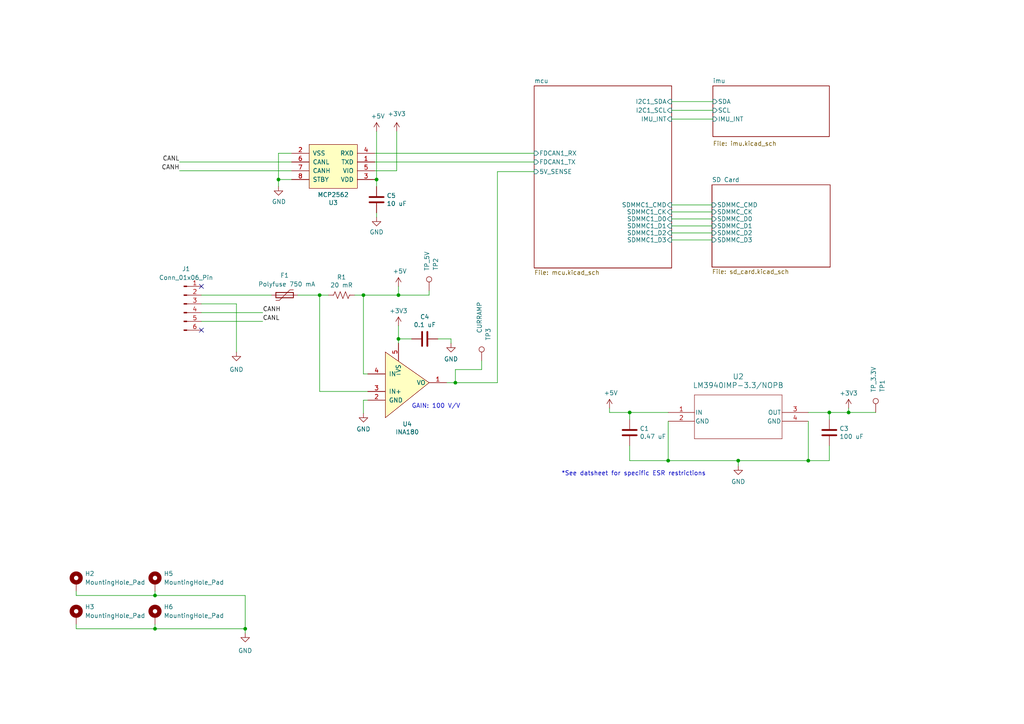
<source format=kicad_sch>
(kicad_sch (version 20230121) (generator eeschema)
  (paper "A4")
  (lib_symbols
    (symbol "+3V3_1" (power) (pin_names (offset 0))
      (property "Value" "+3V3_1" (at 0 3.556 0))
      (symbol "+3V3_1_0_1"
        (polyline (pts (xy -0.762 1.27) (xy 0 2.54)))
        (polyline (pts (xy 0 0) (xy 0 2.54)))
        (polyline (pts (xy 0 2.54) (xy 0.762 1.27)))
      )
      (symbol "+3V3_1_1_1"
        (pin power_in line (at 0 0 90) (length 0) hide (name "+3V3") (number "1"))
      )
    )
    (symbol "Connector:Conn_01x06_Pin" (pin_names (offset 1.016) hide)
      (property "Reference" "J" (at 0 7.62 0))
      (property "Value" "Conn_01x06_Pin" (at 0 -10.16 0))
      (symbol "Conn_01x06_Pin_1_1"
        (polyline (pts (xy 1.27 -7.62) (xy 0.8636 -7.62)) (stroke (width 0.1524)))
        (polyline (pts (xy 1.27 -5.08) (xy 0.8636 -5.08)) (stroke (width 0.1524)))
        (polyline (pts (xy 1.27 -2.54) (xy 0.8636 -2.54)) (stroke (width 0.1524)))
        (polyline (pts (xy 1.27 0) (xy 0.8636 0)) (stroke (width 0.1524)))
        (polyline (pts (xy 1.27 2.54) (xy 0.8636 2.54)) (stroke (width 0.1524)))
        (polyline (pts (xy 1.27 5.08) (xy 0.8636 5.08)) (stroke (width 0.1524)))
        (rectangle (start 0.8636 -7.493) (end 0 -7.747) (stroke (width 0.1524)) (fill (type outline)))
        (rectangle (start 0.8636 -4.953) (end 0 -5.207) (stroke (width 0.1524)) (fill (type outline)))
        (rectangle (start 0.8636 -2.413) (end 0 -2.667) (stroke (width 0.1524)) (fill (type outline)))
        (rectangle (start 0.8636 0.127) (end 0 -0.127) (stroke (width 0.1524)) (fill (type outline)))
        (rectangle (start 0.8636 2.667) (end 0 2.413) (stroke (width 0.1524)) (fill (type outline)))
        (rectangle (start 0.8636 5.207) (end 0 4.953) (stroke (width 0.1524)) (fill (type outline)))
        (pin passive line (at 5.08 5.08 180) (length 3.81) (name "Pin_1") (number "1"))
        (pin passive line (at 5.08 2.54 180) (length 3.81) (name "Pin_2") (number "2"))
        (pin passive line (at 5.08 0 180) (length 3.81) (name "Pin_3") (number "3"))
        (pin passive line (at 5.08 -2.54 180) (length 3.81) (name "Pin_4") (number "4"))
        (pin passive line (at 5.08 -5.08 180) (length 3.81) (name "Pin_5") (number "5"))
        (pin passive line (at 5.08 -7.62 180) (length 3.81) (name "Pin_6") (number "6"))
      )
    )
    (symbol "Device:C" (pin_numbers hide) (pin_names (offset 0.254))
      (property "Reference" "C" (at 0.635 2.54 0))
      (property "Value" "C" (at 0.635 -2.54 0))
      (symbol "C_0_1"
        (polyline (pts (xy -2.032 -0.762) (xy 2.032 -0.762)) (stroke (width 0.508)))
        (polyline (pts (xy -2.032 0.762) (xy 2.032 0.762)) (stroke (width 0.508)))
      )
      (symbol "C_1_1"
        (pin passive line (at 0 3.81 270) (length 2.794) (name "~") (number "1"))
        (pin passive line (at 0 -3.81 90) (length 2.794) (name "~") (number "2"))
      )
    )
    (symbol "Device:Polyfuse" (pin_numbers hide) (pin_names (offset 0))
      (property "Reference" "F" (at -2.54 0 90))
      (property "Value" "Polyfuse" (at 2.54 0 90))
      (symbol "Polyfuse_0_1"
        (rectangle (start -0.762 2.54) (end 0.762 -2.54) (stroke (width 0.254)))
        (polyline (pts (xy 0 2.54) (xy 0 -2.54)))
        (polyline (pts (xy -1.524 2.54) (xy -1.524 1.524) (xy 1.524 -1.524) (xy 1.524 -2.54)))
      )
      (symbol "Polyfuse_1_1"
        (pin passive line (at 0 3.81 270) (length 1.27) (name "~") (number "1"))
        (pin passive line (at 0 -3.81 90) (length 1.27) (name "~") (number "2"))
      )
    )
    (symbol "Device:R_US" (pin_numbers hide) (pin_names (offset 0))
      (property "Reference" "R" (at 2.54 0 90))
      (property "Value" "R_US" (at -2.54 0 90))
      (symbol "R_US_0_1"
        (polyline (pts (xy 0 -2.286) (xy 0 -2.54)))
        (polyline (pts (xy 0 2.286) (xy 0 2.54)))
        (polyline (pts (xy 0 -0.762) (xy 1.016 -1.143) (xy 0 -1.524) (xy -1.016 -1.905) (xy 0 -2.286)))
        (polyline (pts (xy 0 0.762) (xy 1.016 0.381) (xy 0 0) (xy -1.016 -0.381) (xy 0 -0.762)))
        (polyline (pts (xy 0 2.286) (xy 1.016 1.905) (xy 0 1.524) (xy -1.016 1.143) (xy 0 0.762)))
      )
      (symbol "R_US_1_1"
        (pin passive line (at 0 3.81 270) (length 1.27) (name "~") (number "1"))
        (pin passive line (at 0 -3.81 90) (length 1.27) (name "~") (number "2"))
      )
    )
    (symbol "Mechanical:MountingHole_Pad" (pin_numbers hide) (pin_names (offset 1.016) hide)
      (property "Reference" "H" (at 0 6.35 0))
      (property "Value" "MountingHole_Pad" (at 0 4.445 0))
      (symbol "MountingHole_Pad_0_1"
        (circle (center 0 1.27) (radius 1.27) (stroke (width 1.27)))
      )
      (symbol "MountingHole_Pad_1_1"
        (pin input line (at 0 -2.54 90) (length 2.54) (name "1") (number "1"))
      )
    )
    (symbol "canhw:INA180" (pin_names (offset 1.016))
      (property "Reference" "U" (at -5.08 13.97 0))
      (property "Value" "INA180" (at -11.43 15.24 0))
      (symbol "INA180_0_1"
        (polyline (pts (xy 5.08 0) (xy -7.62 8.89)))
        (polyline (pts (xy -7.62 8.89) (xy -7.62 -10.16) (xy 5.08 0)) (fill (type background)))
      )
      (symbol "INA180_1_1"
        (pin output line (at 10.16 0 180) (length 5.08) (name "VO") (number "1"))
        (pin power_in line (at -12.7 -5.08 0) (length 5.08) (name "GND") (number "2"))
        (pin input line (at -12.7 -2.54 0) (length 5.08) (name "IN+") (number "3"))
        (pin input line (at -12.7 2.54 0) (length 5.08) (name "IN-") (number "4"))
        (pin power_in line (at -3.81 11.43 270) (length 5.08) (name "VS") (number "5"))
      )
    )
    (symbol "canhw:LM3940IMP-3.3_NOPB" (pin_names (offset 0.254))
      (property "Reference" "U" (at 20.32 10.16 0))
      (property "Value" "LM3940IMP-3.3/NOPB" (at 20.32 7.62 0))
      (symbol "LM3940IMP-3.3_NOPB_0_1"
        (polyline (pts (xy 7.62 -7.62) (xy 33.02 -7.62)) (stroke (width 0.127)))
        (polyline (pts (xy 7.62 5.08) (xy 7.62 -7.62)) (stroke (width 0.127)))
        (polyline (pts (xy 33.02 -7.62) (xy 33.02 5.08)) (stroke (width 0.127)))
        (polyline (pts (xy 33.02 5.08) (xy 7.62 5.08)) (stroke (width 0.127)))
        (pin input line (at 0 0 0) (length 7.62) (name "IN") (number "1"))
        (pin passive line (at 0 -2.54 0) (length 7.62) (name "GND") (number "2"))
        (pin output line (at 40.64 0 180) (length 7.62) (name "OUT") (number "3"))
        (pin passive line (at 40.64 -2.54 180) (length 7.62) (name "GND") (number "4"))
      )
    )
    (symbol "canhw:MCP2562" (pin_names (offset 1.016))
      (property "Reference" "U" (at 5.08 3.81 0))
      (property "Value" "MCP2562" (at -3.81 3.81 0))
      (symbol "MCP2562_0_1"
        (rectangle (start -7.62 2.54) (end 6.35 -10.16) (fill (type background)))
      )
      (symbol "MCP2562_1_1"
        (pin bidirectional line (at -12.7 -5.08 0) (length 5.08) (name "TXD") (number "1"))
        (pin power_in line (at 11.43 -7.62 180) (length 5.08) (name "VSS") (number "2"))
        (pin power_in line (at -12.7 0 0) (length 5.08) (name "VDD") (number "3"))
        (pin bidirectional line (at -12.7 -7.62 0) (length 5.08) (name "RXD") (number "4"))
        (pin bidirectional line (at -12.7 -2.54 0) (length 5.08) (name "VIO") (number "5"))
        (pin bidirectional line (at 11.43 -5.08 180) (length 5.08) (name "CANL") (number "6"))
        (pin bidirectional line (at 11.43 -2.54 180) (length 5.08) (name "CANH") (number "7"))
        (pin bidirectional line (at 11.43 0 180) (length 5.08) (name "STBY") (number "8"))
      )
    )
    (symbol "canhw:TestPointKeystone" (pin_numbers hide) (pin_names (offset 0.762) hide)
      (property "Reference" "TP" (at 0 6.858 0))
      (property "Value" "TestPointKeystone" (at 0 5.08 0))
      (symbol "TestPointKeystone_0_1"
        (circle (center 0 3.302) (radius 0.762))
      )
      (symbol "TestPointKeystone_1_1"
        (pin passive line (at 0 0 90) (length 2.54) (name "1") (number "1"))
      )
    )
    (symbol "power:+3V3" (power) (pin_names (offset 0))
      (property "Value" "+3V3" (at 0 3.556 0))
      (symbol "+3V3_0_1"
        (polyline (pts (xy -0.762 1.27) (xy 0 2.54)))
        (polyline (pts (xy 0 0) (xy 0 2.54)))
        (polyline (pts (xy 0 2.54) (xy 0.762 1.27)))
      )
      (symbol "+3V3_1_1"
        (pin power_in line (at 0 0 90) (length 0) hide (name "+3V3") (number "1"))
      )
    )
    (symbol "power:+5V" (power) (pin_names (offset 0))
      (property "Value" "+5V" (at 0 3.556 0))
      (symbol "+5V_0_1"
        (polyline (pts (xy -0.762 1.27) (xy 0 2.54)))
        (polyline (pts (xy 0 0) (xy 0 2.54)))
        (polyline (pts (xy 0 2.54) (xy 0.762 1.27)))
      )
      (symbol "+5V_1_1"
        (pin power_in line (at 0 0 90) (length 0) hide (name "+5V") (number "1"))
      )
    )
    (symbol "power:GND" (power) (pin_names (offset 0))
      (property "Value" "GND" (at 0 -3.81 0))
      (symbol "GND_0_1"
        (polyline (pts (xy 0 0) (xy 0 -1.27) (xy 1.27 -1.27) (xy 0 -2.54) (xy -1.27 -1.27) (xy 0 -1.27)))
      )
      (symbol "GND_1_1"
        (pin power_in line (at 0 0 270) (length 0) hide (name "GND") (number "1"))
      )
    )
  )
  (junction (at 132.08 110.998))
  (junction (at 234.442 133.604))
  (junction (at 193.802 133.604))
  (junction (at 115.57 98.298))
  (junction (at 71.12 182.372))
  (junction (at 246.126 119.634))
  (junction (at 240.538 119.634))
  (junction (at 105.41 85.598))
  (junction (at 109.22 52.07))
  (junction (at 80.772 52.07))
  (junction (at 115.57 85.598))
  (junction (at 214.122 133.604))
  (junction (at 182.626 119.634))
  (junction (at 44.958 172.72))
  (junction (at 92.71 85.598))
  (junction (at 44.958 182.372))
  (no_connect (at 58.42 95.758))
  (no_connect (at 58.42 83.058))
  (wire (pts (xy 92.71 113.538) (xy 92.71 85.598)))
  (wire (pts (xy 115.57 94.488) (xy 115.57 98.298)))
  (wire (pts (xy 106.68 116.078) (xy 105.41 116.078)))
  (wire (pts (xy 193.802 133.604) (xy 214.122 133.604)))
  (wire (pts (xy 194.818 29.464) (xy 206.756 29.464)))
  (wire (pts (xy 84.582 44.45) (xy 80.772 44.45)))
  (wire (pts (xy 119.38 98.298) (xy 115.57 98.298)))
  (wire (pts (xy 58.42 85.598) (xy 78.74 85.598)))
  (wire (pts (xy 80.772 52.07) (xy 84.582 52.07)))
  (wire (pts (xy 246.126 119.634) (xy 254 119.634)))
  (wire (pts (xy 144.272 110.998) (xy 144.272 49.784)))
  (wire (pts (xy 139.7 107.188) (xy 139.7 104.648)))
  (wire (pts (xy 58.42 93.218) (xy 76.2 93.218)))
  (wire (pts (xy 109.22 62.992) (xy 109.22 61.722)))
  (wire (pts (xy 80.772 54.102) (xy 80.772 52.07)))
  (wire (pts (xy 115.57 98.298) (xy 115.57 99.568)))
  (wire (pts (xy 108.712 46.99) (xy 154.94 46.99)))
  (wire (pts (xy 234.442 122.174) (xy 234.442 133.604)))
  (wire (pts (xy 144.272 49.784) (xy 154.94 49.784)))
  (wire (pts (xy 58.42 88.138) (xy 68.58 88.138)))
  (wire (pts (xy 115.57 85.598) (xy 115.57 83.058)))
  (wire (pts (xy 194.818 34.544) (xy 206.756 34.544)))
  (wire (pts (xy 182.626 133.604) (xy 193.802 133.604)))
  (wire (pts (xy 130.81 99.568) (xy 130.81 98.298)))
  (wire (pts (xy 58.42 90.678) (xy 76.2 90.678)))
  (wire (pts (xy 105.41 108.458) (xy 105.41 85.598)))
  (wire (pts (xy 80.772 44.45) (xy 80.772 52.07)))
  (wire (pts (xy 92.71 85.598) (xy 95.25 85.598)))
  (wire (pts (xy 127 98.298) (xy 130.81 98.298)))
  (wire (pts (xy 182.626 119.634) (xy 182.626 121.666)))
  (wire (pts (xy 44.958 182.372) (xy 71.12 182.372)))
  (wire (pts (xy 52.07 46.99) (xy 84.582 46.99)))
  (wire (pts (xy 92.71 113.538) (xy 106.68 113.538)))
  (wire (pts (xy 71.12 172.72) (xy 71.12 182.372)))
  (wire (pts (xy 194.818 63.5) (xy 206.502 63.5)))
  (wire (pts (xy 52.07 49.53) (xy 84.582 49.53)))
  (wire (pts (xy 240.538 119.634) (xy 246.126 119.634)))
  (wire (pts (xy 22.098 171.45) (xy 22.098 172.72)))
  (wire (pts (xy 132.08 107.188) (xy 139.7 107.188)))
  (wire (pts (xy 109.22 38.1) (xy 109.22 52.07)))
  (wire (pts (xy 194.818 67.564) (xy 206.502 67.564)))
  (wire (pts (xy 214.122 133.604) (xy 234.442 133.604)))
  (wire (pts (xy 194.818 69.596) (xy 206.502 69.596)))
  (wire (pts (xy 44.958 181.102) (xy 44.958 182.372)))
  (wire (pts (xy 206.502 59.436) (xy 194.818 59.436)))
  (wire (pts (xy 132.08 107.188) (xy 132.08 110.998)))
  (wire (pts (xy 115.062 49.53) (xy 108.712 49.53)))
  (wire (pts (xy 44.958 171.45) (xy 44.958 172.72)))
  (wire (pts (xy 240.538 129.286) (xy 240.538 133.604)))
  (wire (pts (xy 105.41 116.078) (xy 105.41 119.888)))
  (wire (pts (xy 176.784 119.634) (xy 176.784 118.364)))
  (wire (pts (xy 182.626 119.634) (xy 176.784 119.634)))
  (wire (pts (xy 105.41 108.458) (xy 106.68 108.458)))
  (wire (pts (xy 193.802 122.174) (xy 193.802 133.604)))
  (wire (pts (xy 115.062 38.1) (xy 115.062 49.53)))
  (wire (pts (xy 194.818 61.468) (xy 206.502 61.468)))
  (wire (pts (xy 68.58 88.138) (xy 68.58 102.108)))
  (wire (pts (xy 71.12 182.372) (xy 71.12 183.642)))
  (wire (pts (xy 105.41 85.598) (xy 115.57 85.598)))
  (wire (pts (xy 240.538 119.634) (xy 240.538 121.666)))
  (wire (pts (xy 124.46 85.598) (xy 115.57 85.598)))
  (wire (pts (xy 182.626 129.286) (xy 182.626 133.604)))
  (wire (pts (xy 86.36 85.598) (xy 92.71 85.598)))
  (wire (pts (xy 22.098 182.372) (xy 44.958 182.372)))
  (wire (pts (xy 234.442 133.604) (xy 240.538 133.604)))
  (wire (pts (xy 246.126 118.364) (xy 246.126 119.634)))
  (wire (pts (xy 109.22 52.07) (xy 108.712 52.07)))
  (wire (pts (xy 132.08 110.998) (xy 144.272 110.998)))
  (wire (pts (xy 132.08 110.998) (xy 129.54 110.998)))
  (wire (pts (xy 22.098 181.102) (xy 22.098 182.372)))
  (wire (pts (xy 109.22 54.102) (xy 109.22 52.07)))
  (wire (pts (xy 44.958 172.72) (xy 71.12 172.72)))
  (wire (pts (xy 194.818 65.532) (xy 206.502 65.532)))
  (wire (pts (xy 102.87 85.598) (xy 105.41 85.598)))
  (wire (pts (xy 182.626 119.634) (xy 193.802 119.634)))
  (wire (pts (xy 214.122 133.604) (xy 214.122 135.128)))
  (wire (pts (xy 108.712 44.45) (xy 154.94 44.45)))
  (wire (pts (xy 22.098 172.72) (xy 44.958 172.72)))
  (wire (pts (xy 234.442 119.634) (xy 240.538 119.634)))
  (wire (pts (xy 124.46 84.328) (xy 124.46 85.598)))
  (wire (pts (xy 194.818 32.004) (xy 206.756 32.004)))
  (text "GAIN: 100 V/V" (at 119.38 118.618 0) (effects (font (size 1.27 1.27)) (justify left bottom)))
  (text "*See datsheet for specific ESR restrictions" (at 162.814 138.176 0) (effects (font (size 1.27 1.27)) (justify left bottom)))
  (label "CANH" (at 52.07 49.53 180))
  (label "CANH" (at 76.2 90.678 0))
  (label "CANL" (at 76.2 93.218 0))
  (label "CANL" (at 52.07 46.99 180))
  (symbol (lib_id "Device:C") (at 123.19 98.298 270) (unit 1)
    (property "Reference" "C4" (at 123.19 91.8972 90))
    (property "Value" "0.1 uF" (at 123.19 94.2086 90))
    (property "Footprint" "Capacitor_SMD:C_0805_2012Metric_Pad1.18x1.45mm_HandSolder" (effects hide))
  )
  (symbol (lib_id "power:GND") (at 109.22 62.992 0) (unit 1)
    (property "Reference" "#PWR011" (effects hide))
    (property "Value" "GND" (at 109.22 67.31 0))
  )
  (symbol (lib_name "+3V3_1") (lib_id "power:+3V3") (at 246.126 118.364 0) (unit 1)
    (property "Reference" "#PWR05" (effects hide))
    (property "Value" "+3V3" (at 246.126 114.046 0))
  )
  (symbol (lib_id "canhw:TestPointKeystone") (at 139.7 104.648 0) (unit 1)
    (property "Reference" "TP3" (at 141.605 95.123 90) (effects (justify right)))
    (property "Value" "CURRAMP" (at 139.065 87.503 90) (effects (justify right)))
    (property "Footprint" "TestPoint:TestPoint_Keystone_5000-5004_Miniature" (effects hide))
    (property "Datasheet" "https://www.keyelco.com/userAssets/file/M65p56.pdf" (effects hide))
  )
  (symbol (lib_id "canhw:INA180") (at 119.38 110.998 0) (unit 1)
    (property "Reference" "U4" (at 118.11 122.9868 0))
    (property "Value" "INA180" (at 118.11 125.2982 0))
    (property "Footprint" "Package_TO_SOT_SMD:SOT-23-5_HandSoldering" (effects hide))
    (property "Datasheet" "http://www.ti.com/lit/ds/symlink/ina180.pdf" (effects hide))
  )
  (symbol (lib_id "power:GND") (at 105.41 119.888 0) (unit 1)
    (property "Reference" "#PWR06" (effects hide))
    (property "Value" "GND" (at 105.41 124.46 0))
  )
  (symbol (lib_id "Mechanical:MountingHole_Pad") (at 44.958 178.562 0) (unit 1)
    (property "Reference" "H6" (at 47.498 176.0219 0) (effects (justify left)))
    (property "Value" "MountingHole_Pad" (at 47.498 178.5619 0) (effects (justify left)))
    (property "Footprint" "MountingHole:MountingHole_3.5mm_Pad_Via" (effects hide))
  )
  (symbol (lib_id "Device:C") (at 182.626 125.476 0) (unit 1)
    (property "Reference" "C1" (at 185.547 124.3076 0) (effects (justify left)))
    (property "Value" "0.47 uF" (at 185.547 126.619 0) (effects (justify left)))
    (property "Footprint" "Capacitor_SMD:C_0805_2012Metric_Pad1.18x1.45mm_HandSolder" (effects hide))
  )
  (symbol (lib_id "power:+3V3") (at 115.57 94.488 0) (unit 1)
    (property "Reference" "#PWR08" (effects hide))
    (property "Value" "+3V3" (at 115.57 90.17 0))
  )
  (symbol (lib_id "Connector:Conn_01x06_Pin") (at 53.34 88.138 0) (unit 1)
    (property "Reference" "J1" (at 53.975 77.978 0))
    (property "Value" "Conn_01x06_Pin" (at 53.975 80.518 0))
    (property "Footprint" "canhw:connector_Harwin_M80-5000642" (effects hide))
  )
  (symbol (lib_id "power:GND") (at 68.58 102.108 0) (unit 1)
    (property "Reference" "#PWR02" (effects hide))
    (property "Value" "GND" (at 68.58 107.188 0))
  )
  (symbol (lib_id "power:+5V") (at 109.22 38.1 0) (unit 1)
    (property "Reference" "#PWR010" (effects hide))
    (property "Value" "+5V" (at 109.601 33.7058 0))
  )
  (symbol (lib_id "Device:C") (at 240.538 125.476 0) (unit 1)
    (property "Reference" "C3" (at 243.459 124.3076 0) (effects (justify left)))
    (property "Value" "100 uF" (at 243.459 126.619 0) (effects (justify left)))
    (property "Footprint" "Capacitor_SMD:C_0805_2012Metric_Pad1.18x1.45mm_HandSolder" (effects hide))
  )
  (symbol (lib_id "Mechanical:MountingHole_Pad") (at 22.098 178.562 0) (unit 1)
    (property "Reference" "H3" (at 24.638 176.0219 0) (effects (justify left)))
    (property "Value" "MountingHole_Pad" (at 24.638 178.5619 0) (effects (justify left)))
    (property "Footprint" "MountingHole:MountingHole_3.5mm_Pad_Via" (effects hide))
  )
  (symbol (lib_id "power:GND") (at 214.122 135.128 0) (unit 1)
    (property "Reference" "#PWR04" (effects hide))
    (property "Value" "GND" (at 214.122 139.7 0))
  )
  (symbol (lib_id "canhw:TestPointKeystone") (at 124.46 84.328 0) (unit 1)
    (property "Reference" "TP2" (at 126.365 74.803 90) (effects (justify right)))
    (property "Value" "TP_5V" (at 123.825 78.613 90) (effects (justify left)))
    (property "Footprint" "TestPoint:TestPoint_Keystone_5000-5004_Miniature" (effects hide))
    (property "Datasheet" "https://www.keyelco.com/userAssets/file/M65p56.pdf" (effects hide))
  )
  (symbol (lib_id "power:GND") (at 130.81 99.568 0) (unit 1)
    (property "Reference" "#PWR09" (effects hide))
    (property "Value" "GND" (at 130.81 104.14 0))
  )
  (symbol (lib_id "canhw:LM3940IMP-3.3_NOPB") (at 193.802 119.634 0) (unit 1)
    (property "Reference" "U2" (at 214.122 109.22 0) (effects (font (size 1.524 1.524))))
    (property "Value" "LM3940IMP-3.3/NOPB" (at 214.122 111.76 0) (effects (font (size 1.524 1.524))))
    (property "Datasheet" "https://www.ti.com/lit/ds/symlink/lm3940.pdf" (effects hide))
  )
  (symbol (lib_id "Mechanical:MountingHole_Pad") (at 22.098 168.91 0) (unit 1)
    (property "Reference" "H2" (at 24.638 166.3699 0) (effects (justify left)))
    (property "Value" "MountingHole_Pad" (at 24.638 168.9099 0) (effects (justify left)))
    (property "Footprint" "MountingHole:MountingHole_3.5mm_Pad_Via" (effects hide))
  )
  (symbol (lib_id "Device:R_US") (at 99.06 85.598 270) (unit 1)
    (property "Reference" "R1" (at 99.06 80.391 90))
    (property "Value" "20 mR" (at 99.06 82.7024 90))
    (property "Footprint" "Resistor_SMD:R_1206_3216Metric_Pad1.30x1.75mm_HandSolder" (effects hide))
  )
  (symbol (lib_id "canhw:TestPointKeystone") (at 254 119.634 0) (unit 1)
    (property "Reference" "TP1" (at 255.905 110.109 90) (effects (justify right)))
    (property "Value" "TP_3.3V" (at 253.365 106.299 90) (effects (justify right)))
    (property "Footprint" "TestPoint:TestPoint_Keystone_5000-5004_Miniature" (effects hide))
    (property "Datasheet" "https://www.keyelco.com/userAssets/file/M65p56.pdf" (effects hide))
  )
  (symbol (lib_id "power:+5V") (at 115.57 83.058 0) (unit 1)
    (property "Reference" "#PWR07" (effects hide))
    (property "Value" "+5V" (at 115.951 78.6638 0))
  )
  (symbol (lib_id "power:GND") (at 80.772 54.102 0) (unit 1)
    (property "Reference" "#PWR012" (effects hide))
    (property "Value" "GND" (at 80.899 58.4962 0))
  )
  (symbol (lib_id "Device:Polyfuse") (at 82.55 85.598 270) (unit 1)
    (property "Reference" "F1" (at 82.55 79.883 90))
    (property "Value" "Polyfuse 750 mA" (at 83.185 82.423 90))
    (property "Footprint" "Fuse:Fuse_1206_3216Metric_Pad1.42x1.75mm_HandSolder" (effects hide))
  )
  (symbol (lib_id "canhw:MCP2562") (at 96.012 52.07 180) (unit 1)
    (property "Reference" "U3" (at 96.647 58.801 0))
    (property "Value" "MCP2562" (at 96.647 56.4896 0))
    (property "Footprint" "Package_SO:SOIC-8_3.9x4.9mm_P1.27mm" (effects hide))
    (property "Datasheet" "http://hades.mech.northwestern.edu/images/5/5e/MCP2562.pdf" (effects hide))
  )
  (symbol (lib_id "Device:C") (at 109.22 57.912 0) (unit 1)
    (property "Reference" "C5" (at 112.141 56.7436 0) (effects (justify left)))
    (property "Value" "10 uF" (at 112.141 59.055 0) (effects (justify left)))
    (property "Footprint" "Capacitor_SMD:C_0805_2012Metric_Pad1.18x1.45mm_HandSolder" (effects hide))
  )
  (symbol (lib_id "power:+5V") (at 176.784 118.364 0) (unit 1)
    (property "Reference" "#PWR03" (effects hide))
    (property "Value" "+5V" (at 177.165 113.9698 0))
  )
  (symbol (lib_id "power:GND") (at 71.12 183.642 0) (unit 1)
    (property "Reference" "#PWR034" (effects hide))
    (property "Value" "GND" (at 71.12 188.722 0))
  )
  (symbol (lib_id "Mechanical:MountingHole_Pad") (at 44.958 168.91 0) (unit 1)
    (property "Reference" "H5" (at 47.498 166.3699 0) (effects (justify left)))
    (property "Value" "MountingHole_Pad" (at 47.498 168.9099 0) (effects (justify left)))
    (property "Footprint" "MountingHole:MountingHole_3.5mm_Pad_Via" (effects hide))
  )
  (symbol (lib_id "power:+3V3") (at 115.062 38.1 0) (unit 1)
    (property "Reference" "#PWR01" (effects hide))
    (property "Value" "+3V3" (at 115.062 33.02 0))
  )
  (sheet (at 206.756 24.892) (size 33.782 14.732) (stroke (width 0.1524))
    (property "Sheetname" "imu" (at 206.756 24.1804 0) (effects (justify left bottom)))
    (property "Sheetfile" "imu.kicad_sch" (at 206.756 40.894 0) (effects (justify left top)))
    (pin "IMU_INT" input (at 206.756 34.544 180))
    (pin "SDA" input (at 206.756 29.464 180))
    (pin "SCL" input (at 206.756 32.004 180))
  )
  (sheet (at 154.94 24.892) (size 39.878 52.832) (stroke (width 0.1524))
    (property "Sheetname" "mcu" (at 154.94 24.1804 0) (effects (justify left bottom)))
    (property "Sheetfile" "mcu.kicad_sch" (at 154.94 78.3086 0) (effects (justify left top)))
    (pin "FDCAN1_RX" input (at 154.94 44.45 180))
    (pin "FDCAN1_TX" input (at 154.94 46.99 180))
    (pin "I2C1_SDA" input (at 194.818 29.464 0))
    (pin "I2C1_SCL" input (at 194.818 32.004 0))
    (pin "IMU_INT" input (at 194.818 34.544 0))
    (pin "5V_SENSE" input (at 154.94 49.784 180))
    (pin "SDMMC1_CK" input (at 194.818 61.468 0))
    (pin "SDMMC1_D0" input (at 194.818 63.5 0))
    (pin "SDMMC1_D2" input (at 194.818 67.564 0))
    (pin "SDMMC1_D1" input (at 194.818 65.532 0))
    (pin "SDMMC1_D3" input (at 194.818 69.596 0))
    (pin "SDMMC1_CMD" input (at 194.818 59.436 0))
  )
  (sheet (at 206.502 53.594) (size 34.29 23.876) (stroke (width 0.1524))
    (property "Sheetname" "SD Card" (at 206.502 52.8824 0) (effects (justify left bottom)))
    (property "Sheetfile" "sd_card.kicad_sch" (at 206.502 78.0546 0) (effects (justify left top)))
    (pin "SDMMC_D2" input (at 206.502 67.564 180))
    (pin "SDMMC_D1" input (at 206.502 65.532 180))
    (pin "SDMMC_CMD" input (at 206.502 59.436 180))
    (pin "SDMMC_D0" input (at 206.502 63.5 180))
    (pin "SDMMC_D3" input (at 206.502 69.596 180))
    (pin "SDMMC_CK" input (at 206.502 61.468 180))
  )
)
</source>
